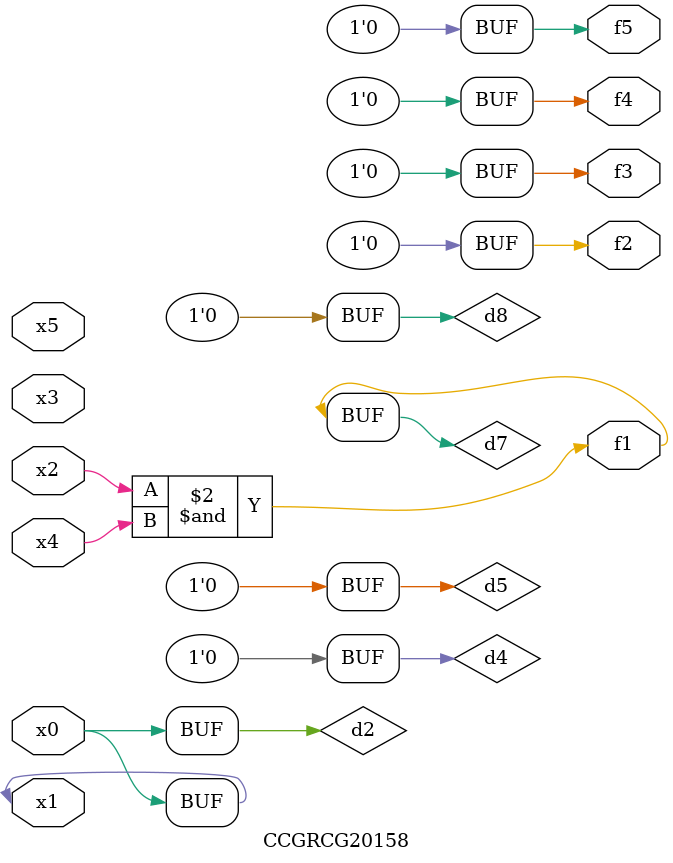
<source format=v>
module CCGRCG20158(
	input x0, x1, x2, x3, x4, x5,
	output f1, f2, f3, f4, f5
);

	wire d1, d2, d3, d4, d5, d6, d7, d8, d9;

	nand (d1, x1);
	buf (d2, x0, x1);
	nand (d3, x2, x4);
	and (d4, d1, d2);
	and (d5, d1, d2);
	nand (d6, d1, d3);
	not (d7, d3);
	xor (d8, d5);
	nor (d9, d5, d6);
	assign f1 = d7;
	assign f2 = d8;
	assign f3 = d8;
	assign f4 = d8;
	assign f5 = d8;
endmodule

</source>
